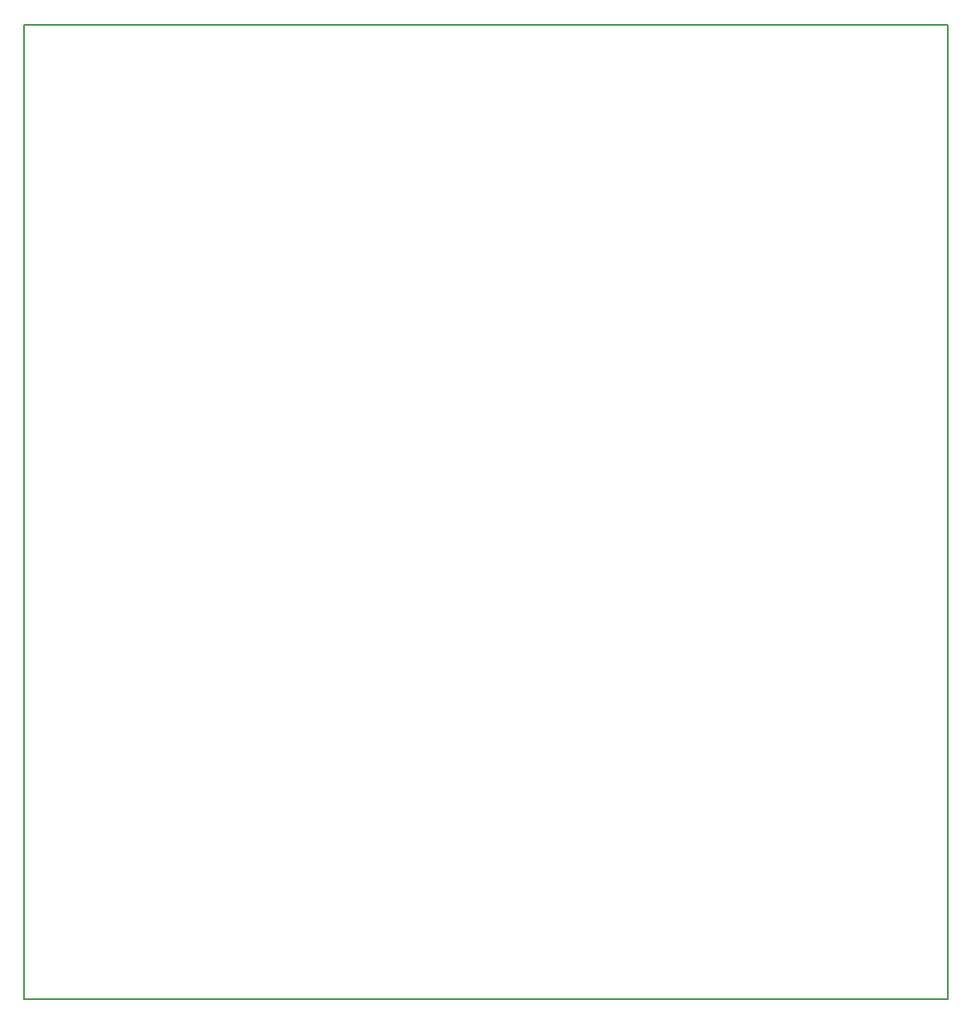
<source format=gbr>
G04 #@! TF.GenerationSoftware,KiCad,Pcbnew,5.1.3-ffb9f22~84~ubuntu19.04.1*
G04 #@! TF.CreationDate,2019-08-05T11:02:01+08:00*
G04 #@! TF.ProjectId,fissure,66697373-7572-4652-9e6b-696361645f70,rev?*
G04 #@! TF.SameCoordinates,Original*
G04 #@! TF.FileFunction,Other,User*
%FSLAX46Y46*%
G04 Gerber Fmt 4.6, Leading zero omitted, Abs format (unit mm)*
G04 Created by KiCad (PCBNEW 5.1.3-ffb9f22~84~ubuntu19.04.1) date 2019-08-05 11:02:01*
%MOMM*%
%LPD*%
G04 APERTURE LIST*
%ADD10C,0.150000*%
G04 APERTURE END LIST*
D10*
X21844000Y-114808000D02*
X21590000Y-114808000D01*
X21590000Y-114808000D02*
X21590000Y-15240000D01*
X116078000Y-114808000D02*
X21844000Y-114808000D01*
X116078000Y-15240000D02*
X116078000Y-114808000D01*
X21590000Y-15240000D02*
X116078000Y-15240000D01*
M02*

</source>
